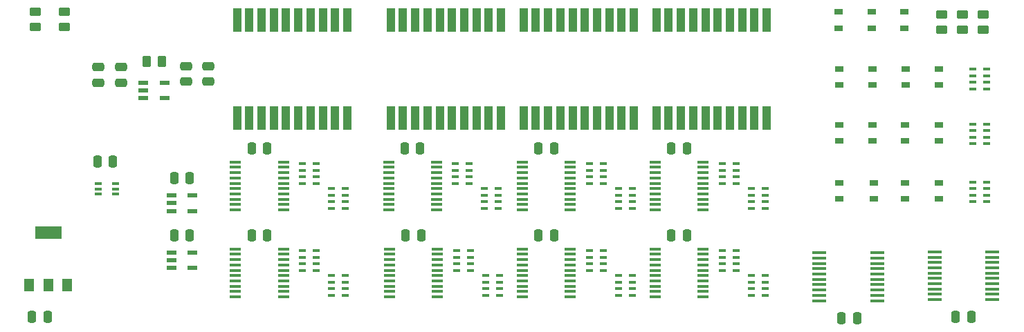
<source format=gtp>
%TF.GenerationSoftware,KiCad,Pcbnew,8.0.5*%
%TF.CreationDate,2024-11-27T10:13:54+02:00*%
%TF.ProjectId,W65C816 Debug Display,57363543-3831-4362-9044-656275672044,V1*%
%TF.SameCoordinates,PX2b4c984PY5781bbc*%
%TF.FileFunction,Paste,Top*%
%TF.FilePolarity,Positive*%
%FSLAX46Y46*%
G04 Gerber Fmt 4.6, Leading zero omitted, Abs format (unit mm)*
G04 Created by KiCad (PCBNEW 8.0.5) date 2024-11-27 10:13:54*
%MOMM*%
%LPD*%
G01*
G04 APERTURE LIST*
G04 Aperture macros list*
%AMRoundRect*
0 Rectangle with rounded corners*
0 $1 Rounding radius*
0 $2 $3 $4 $5 $6 $7 $8 $9 X,Y pos of 4 corners*
0 Add a 4 corners polygon primitive as box body*
4,1,4,$2,$3,$4,$5,$6,$7,$8,$9,$2,$3,0*
0 Add four circle primitives for the rounded corners*
1,1,$1+$1,$2,$3*
1,1,$1+$1,$4,$5*
1,1,$1+$1,$6,$7*
1,1,$1+$1,$8,$9*
0 Add four rect primitives between the rounded corners*
20,1,$1+$1,$2,$3,$4,$5,0*
20,1,$1+$1,$4,$5,$6,$7,0*
20,1,$1+$1,$6,$7,$8,$9,0*
20,1,$1+$1,$8,$9,$2,$3,0*%
G04 Aperture macros list end*
%ADD10R,0.875000X0.450000*%
%ADD11R,1.800000X0.450000*%
%ADD12RoundRect,0.250000X-0.250000X-0.475000X0.250000X-0.475000X0.250000X0.475000X-0.250000X0.475000X0*%
%ADD13RoundRect,0.250000X0.475000X-0.250000X0.475000X0.250000X-0.475000X0.250000X-0.475000X-0.250000X0*%
%ADD14RoundRect,0.250000X0.450000X-0.262500X0.450000X0.262500X-0.450000X0.262500X-0.450000X-0.262500X0*%
%ADD15R,1.000000X0.800000*%
%ADD16RoundRect,0.250000X0.250000X0.475000X-0.250000X0.475000X-0.250000X-0.475000X0.250000X-0.475000X0*%
%ADD17R,0.900000X0.450000*%
%ADD18R,1.000000X3.000000*%
%ADD19R,1.475000X0.450000*%
%ADD20R,1.150000X0.600000*%
%ADD21R,1.250000X0.600000*%
%ADD22RoundRect,0.250000X-0.262500X-0.450000X0.262500X-0.450000X0.262500X0.450000X-0.262500X0.450000X0*%
%ADD23R,1.200000X1.500000*%
%ADD24R,3.300000X1.500000*%
G04 APERTURE END LIST*
D10*
%TO.C,IC12*%
X10033000Y21082000D03*
X10033000Y20432000D03*
X10033000Y19782000D03*
X12157000Y19782000D03*
X12157000Y20432000D03*
X12157000Y21082000D03*
%TD*%
D11*
%TO.C,IC11*%
X105404000Y6727000D03*
X105404000Y7377000D03*
X105404001Y8027000D03*
X105404000Y8677000D03*
X105404000Y9327000D03*
X105404000Y9977000D03*
X105404000Y10627000D03*
X105404001Y11277000D03*
X105404000Y11927000D03*
X105404000Y12577000D03*
X98304000Y12577000D03*
X98304000Y11927000D03*
X98303999Y11277000D03*
X98304000Y10627000D03*
X98304000Y9977000D03*
X98304000Y9327000D03*
X98304000Y8677000D03*
X98303999Y8027000D03*
X98304000Y7377000D03*
X98304000Y6727000D03*
%TD*%
%TO.C,IC10*%
X119501000Y6854000D03*
X119501000Y7504000D03*
X119501001Y8154000D03*
X119501000Y8804000D03*
X119501000Y9454000D03*
X119501000Y10104000D03*
X119501000Y10754000D03*
X119501001Y11404000D03*
X119501000Y12054000D03*
X119501000Y12704000D03*
X112401000Y12704000D03*
X112401000Y12054000D03*
X112400999Y11404000D03*
X112401000Y10754000D03*
X112401000Y10104000D03*
X112401000Y9454000D03*
X112401000Y8804000D03*
X112400999Y8154000D03*
X112401000Y7504000D03*
X112401000Y6854000D03*
%TD*%
D12*
%TO.C,C13*%
X101047000Y4572000D03*
X102947000Y4572000D03*
%TD*%
%TO.C,C12*%
X115017000Y4699000D03*
X116917000Y4699000D03*
%TD*%
D13*
%TO.C,C4*%
X23495000Y33610000D03*
X23495000Y35510000D03*
%TD*%
D14*
%TO.C,R5*%
X115819500Y41821700D03*
X115819500Y39996700D03*
%TD*%
D15*
%TO.C,LED5*%
X104834000Y26305800D03*
X104834000Y28305800D03*
%TD*%
D16*
%TO.C,C7*%
X21254000Y21717000D03*
X19354000Y21717000D03*
%TD*%
D13*
%TO.C,C9*%
X12855000Y33483000D03*
X12855000Y35383000D03*
%TD*%
D15*
%TO.C,LED10*%
X108898000Y33163800D03*
X108898000Y35163800D03*
%TD*%
%TO.C,LED11*%
X112962000Y33163800D03*
X112962000Y35163800D03*
%TD*%
D17*
%TO.C,RN14*%
X71860000Y10433800D03*
X71860000Y11233800D03*
X71860000Y12033800D03*
X71860000Y12833800D03*
X70160000Y12833800D03*
X70160000Y12033800D03*
X70160000Y11233800D03*
X70160000Y10433800D03*
%TD*%
%TO.C,RN16*%
X57460000Y7385800D03*
X57460000Y8185800D03*
X57460000Y8985800D03*
X57460000Y9785800D03*
X59160000Y9785800D03*
X59160000Y8985800D03*
X59160000Y8185800D03*
X59160000Y7385800D03*
%TD*%
%TO.C,RN17*%
X57333000Y18053800D03*
X57333000Y18853800D03*
X57333000Y19653800D03*
X57333000Y20453800D03*
X59033000Y20453800D03*
X59033000Y19653800D03*
X59033000Y18853800D03*
X59033000Y18053800D03*
%TD*%
D15*
%TO.C,LED9*%
X104834000Y33163800D03*
X104834000Y35163800D03*
%TD*%
D18*
%TO.C,DS1*%
X27051000Y29117000D03*
X28551000Y29117000D03*
X30051000Y29117000D03*
X31551000Y29117000D03*
X33051000Y29117000D03*
X34551000Y29117000D03*
X36051000Y29117000D03*
X37551000Y29117000D03*
X39051000Y29117000D03*
X40551000Y29117000D03*
X40551000Y41117000D03*
X39051000Y41117000D03*
X37551000Y41117000D03*
X36051000Y41117000D03*
X34551000Y41117000D03*
X33051000Y41117000D03*
X31551000Y41117000D03*
X30051000Y41117000D03*
X28551000Y41117000D03*
X27051000Y41117000D03*
%TD*%
D19*
%TO.C,IC8*%
X45593000Y23722000D03*
X45593000Y23072000D03*
X45593000Y22422000D03*
X45593000Y21772000D03*
X45593000Y21122000D03*
X45593000Y20472000D03*
X45593000Y19822000D03*
X45593000Y19172000D03*
X45593000Y18522000D03*
X45593000Y17872000D03*
X51469000Y17872000D03*
X51469000Y18522000D03*
X51469000Y19172000D03*
X51469000Y19822000D03*
X51469000Y20472000D03*
X51469000Y21122000D03*
X51469000Y21772000D03*
X51469000Y22422000D03*
X51469000Y23072000D03*
X51469000Y23722000D03*
%TD*%
D17*
%TO.C,RN13*%
X75416000Y18053800D03*
X75416000Y18853800D03*
X75416000Y19653800D03*
X75416000Y20453800D03*
X73716000Y20453800D03*
X73716000Y19653800D03*
X73716000Y18853800D03*
X73716000Y18053800D03*
%TD*%
D15*
%TO.C,LED13*%
X104961000Y19193800D03*
X104961000Y21193800D03*
%TD*%
D17*
%TO.C,RN2*%
X117094000Y32709000D03*
X117094000Y33509000D03*
X117094000Y34309000D03*
X117094000Y35109000D03*
X118794000Y35109000D03*
X118794000Y34309000D03*
X118794000Y33509000D03*
X118794000Y32709000D03*
%TD*%
D16*
%TO.C,C19*%
X65848000Y14701000D03*
X63948000Y14701000D03*
%TD*%
D15*
%TO.C,LED3*%
X104770500Y40164000D03*
X104770500Y42164000D03*
%TD*%
%TO.C,LED2*%
X100706500Y40164000D03*
X100706500Y42164000D03*
%TD*%
D19*
%TO.C,IC6*%
X84108000Y23722000D03*
X84108000Y23072000D03*
X84108000Y22422000D03*
X84108000Y21772000D03*
X84108000Y21122000D03*
X84108000Y20472000D03*
X84108000Y19822000D03*
X84108000Y19172000D03*
X84108000Y18522000D03*
X84108000Y17872000D03*
X78232000Y17872000D03*
X78232000Y18522000D03*
X78232000Y19172000D03*
X78232000Y19822000D03*
X78232000Y20472000D03*
X78232000Y21122000D03*
X78232000Y21772000D03*
X78232000Y22422000D03*
X78232000Y23072000D03*
X78232000Y23722000D03*
%TD*%
D15*
%TO.C,LED4*%
X100770000Y26305800D03*
X100770000Y28305800D03*
%TD*%
D12*
%TO.C,C3*%
X1971000Y4750000D03*
X3871000Y4750000D03*
%TD*%
D15*
%TO.C,LED6*%
X108771000Y26305800D03*
X108771000Y28305800D03*
%TD*%
D20*
%TO.C,IC3*%
X15619000Y33462000D03*
X15619000Y32512000D03*
X15619000Y31562000D03*
X18219000Y31562000D03*
X18219000Y33462000D03*
%TD*%
D15*
%TO.C,LED12*%
X100770000Y19193800D03*
X100770000Y21193800D03*
%TD*%
D17*
%TO.C,RN7*%
X36750000Y21101800D03*
X36750000Y21901800D03*
X36750000Y22701800D03*
X36750000Y23501800D03*
X35050000Y23501800D03*
X35050000Y22701800D03*
X35050000Y21901800D03*
X35050000Y21101800D03*
%TD*%
D14*
%TO.C,R3*%
X118349500Y41821700D03*
X118349500Y39996700D03*
%TD*%
D21*
%TO.C,IC9*%
X19070000Y19619000D03*
X19070000Y18669000D03*
X19070000Y17719000D03*
X21570000Y17719000D03*
X21570000Y19619000D03*
%TD*%
D18*
%TO.C,DS3*%
X62120000Y41117000D03*
X63620000Y41117000D03*
X65120000Y41117000D03*
X66620000Y41117000D03*
X68120000Y41117000D03*
X69620000Y41117000D03*
X71120000Y41117000D03*
X72620000Y41117000D03*
X74120000Y41117000D03*
X75620000Y41117000D03*
X75620000Y29117000D03*
X74120000Y29117000D03*
X72620000Y29117000D03*
X71120000Y29117000D03*
X69620000Y29117000D03*
X68120000Y29117000D03*
X66620000Y29117000D03*
X65120000Y29117000D03*
X63620000Y29117000D03*
X62120000Y29117000D03*
%TD*%
D17*
%TO.C,RN4*%
X40306000Y7385800D03*
X40306000Y8185800D03*
X40306000Y8985800D03*
X40306000Y9785800D03*
X38606000Y9785800D03*
X38606000Y8985800D03*
X38606000Y8185800D03*
X38606000Y7385800D03*
%TD*%
%TO.C,RN5*%
X40306000Y18053800D03*
X40306000Y18853800D03*
X40306000Y19653800D03*
X40306000Y20453800D03*
X38606000Y20453800D03*
X38606000Y19653800D03*
X38606000Y18853800D03*
X38606000Y18053800D03*
%TD*%
D14*
%TO.C,R6*%
X2387000Y40310000D03*
X2387000Y42135000D03*
%TD*%
D16*
%TO.C,C18*%
X11856000Y23749000D03*
X9956000Y23749000D03*
%TD*%
D15*
%TO.C,LED1*%
X108707500Y40164000D03*
X108707500Y42164000D03*
%TD*%
D17*
%TO.C,RN6*%
X36750000Y10433800D03*
X36750000Y11233800D03*
X36750000Y12033800D03*
X36750000Y12833800D03*
X35050000Y12833800D03*
X35050000Y12033800D03*
X35050000Y11233800D03*
X35050000Y10433800D03*
%TD*%
D14*
%TO.C,R1*%
X5943000Y40310000D03*
X5943000Y42135000D03*
%TD*%
D16*
%TO.C,C15*%
X80204000Y25369000D03*
X82104000Y25369000D03*
%TD*%
D17*
%TO.C,RN8*%
X89972000Y7385800D03*
X89972000Y8185800D03*
X89972000Y8985800D03*
X89972000Y9785800D03*
X91672000Y9785800D03*
X91672000Y8985800D03*
X91672000Y8185800D03*
X91672000Y7385800D03*
%TD*%
D16*
%TO.C,C23*%
X65848000Y25369000D03*
X63948000Y25369000D03*
%TD*%
D18*
%TO.C,DS4*%
X45864000Y29117000D03*
X47364000Y29117000D03*
X48864000Y29117000D03*
X50364000Y29117000D03*
X51864000Y29117000D03*
X53364000Y29117000D03*
X54864000Y29117000D03*
X56364000Y29117000D03*
X57864000Y29117000D03*
X59364000Y29117000D03*
X59364000Y41117000D03*
X57864000Y41117000D03*
X56364000Y41117000D03*
X54864000Y41117000D03*
X53364000Y41117000D03*
X51864000Y41117000D03*
X50364000Y41117000D03*
X48864000Y41117000D03*
X47364000Y41117000D03*
X45864000Y41117000D03*
%TD*%
D19*
%TO.C,IC15*%
X61976000Y13054000D03*
X61976000Y12404000D03*
X61976000Y11754000D03*
X61976000Y11104000D03*
X61976000Y10454000D03*
X61976000Y9804000D03*
X61976000Y9154000D03*
X61976000Y8504000D03*
X61976000Y7854000D03*
X61976000Y7204000D03*
X67852000Y7204000D03*
X67852000Y7854000D03*
X67852000Y8504000D03*
X67852000Y9154000D03*
X67852000Y9804000D03*
X67852000Y10454000D03*
X67852000Y11104000D03*
X67852000Y11754000D03*
X67852000Y12404000D03*
X67852000Y13054000D03*
%TD*%
%TO.C,IC7*%
X61976000Y23722000D03*
X61976000Y23072000D03*
X61976000Y22422000D03*
X61976000Y21772000D03*
X61976000Y21122000D03*
X61976000Y20472000D03*
X61976000Y19822000D03*
X61976000Y19172000D03*
X61976000Y18522000D03*
X61976000Y17872000D03*
X67852000Y17872000D03*
X67852000Y18522000D03*
X67852000Y19172000D03*
X67852000Y19822000D03*
X67852000Y20472000D03*
X67852000Y21122000D03*
X67852000Y21772000D03*
X67852000Y22422000D03*
X67852000Y23072000D03*
X67852000Y23722000D03*
%TD*%
D17*
%TO.C,RN9*%
X89972000Y18053800D03*
X89972000Y18853800D03*
X89972000Y19653800D03*
X89972000Y20453800D03*
X91672000Y20453800D03*
X91672000Y19653800D03*
X91672000Y18853800D03*
X91672000Y18053800D03*
%TD*%
%TO.C,RN18*%
X53904000Y10433800D03*
X53904000Y11233800D03*
X53904000Y12033800D03*
X53904000Y12833800D03*
X55604000Y12833800D03*
X55604000Y12033800D03*
X55604000Y11233800D03*
X55604000Y10433800D03*
%TD*%
D19*
%TO.C,IC5*%
X32742000Y23722000D03*
X32742000Y23072000D03*
X32742000Y22422000D03*
X32742000Y21772000D03*
X32742000Y21122000D03*
X32742000Y20472000D03*
X32742000Y19822000D03*
X32742000Y19172000D03*
X32742000Y18522000D03*
X32742000Y17872000D03*
X26866000Y17872000D03*
X26866000Y18522000D03*
X26866000Y19172000D03*
X26866000Y19822000D03*
X26866000Y20472000D03*
X26866000Y21122000D03*
X26866000Y21772000D03*
X26866000Y22422000D03*
X26866000Y23072000D03*
X26866000Y23722000D03*
%TD*%
D15*
%TO.C,LED15*%
X112962000Y19193800D03*
X112962000Y21193800D03*
%TD*%
D16*
%TO.C,C11*%
X47565000Y25369000D03*
X49465000Y25369000D03*
%TD*%
D22*
%TO.C,R2*%
X16006500Y36078000D03*
X17831500Y36078000D03*
%TD*%
D23*
%TO.C,IC2*%
X1637000Y8662000D03*
X3937000Y8662000D03*
X6237000Y8662000D03*
D24*
X3937000Y15062000D03*
%TD*%
D15*
%TO.C,LED7*%
X112962000Y26305800D03*
X112962000Y28305800D03*
%TD*%
%TO.C,LED8*%
X100770000Y33163800D03*
X100770000Y35163800D03*
%TD*%
D14*
%TO.C,R4*%
X113269500Y41821700D03*
X113269500Y39996700D03*
%TD*%
D17*
%TO.C,RN1*%
X117094000Y25978000D03*
X117094000Y26778000D03*
X117094000Y27578000D03*
X117094000Y28378000D03*
X118794000Y28378000D03*
X118794000Y27578000D03*
X118794000Y26778000D03*
X118794000Y25978000D03*
%TD*%
D19*
%TO.C,IC14*%
X84108000Y13054000D03*
X84108000Y12404000D03*
X84108000Y11754000D03*
X84108000Y11104000D03*
X84108000Y10454000D03*
X84108000Y9804000D03*
X84108000Y9154000D03*
X84108000Y8504000D03*
X84108000Y7854000D03*
X84108000Y7204000D03*
X78232000Y7204000D03*
X78232000Y7854000D03*
X78232000Y8504000D03*
X78232000Y9154000D03*
X78232000Y9804000D03*
X78232000Y10454000D03*
X78232000Y11104000D03*
X78232000Y11754000D03*
X78232000Y12404000D03*
X78232000Y13054000D03*
%TD*%
%TO.C,IC16*%
X45720000Y13054000D03*
X45720000Y12404000D03*
X45720000Y11754000D03*
X45720000Y11104000D03*
X45720000Y10454000D03*
X45720000Y9804000D03*
X45720000Y9154000D03*
X45720000Y8504000D03*
X45720000Y7854000D03*
X45720000Y7204000D03*
X51596000Y7204000D03*
X51596000Y7854000D03*
X51596000Y8504000D03*
X51596000Y9154000D03*
X51596000Y9804000D03*
X51596000Y10454000D03*
X51596000Y11104000D03*
X51596000Y11754000D03*
X51596000Y12404000D03*
X51596000Y13054000D03*
%TD*%
D13*
%TO.C,C5*%
X20828000Y33610000D03*
X20828000Y35510000D03*
%TD*%
D17*
%TO.C,RN11*%
X86416000Y21101800D03*
X86416000Y21901800D03*
X86416000Y22701800D03*
X86416000Y23501800D03*
X88116000Y23501800D03*
X88116000Y22701800D03*
X88116000Y21901800D03*
X88116000Y21101800D03*
%TD*%
D21*
%TO.C,IC1*%
X19070000Y12634000D03*
X19070000Y11684000D03*
X19070000Y10734000D03*
X21570000Y10734000D03*
X21570000Y12634000D03*
%TD*%
D15*
%TO.C,LED14*%
X108771000Y19193800D03*
X108771000Y21193800D03*
%TD*%
D16*
%TO.C,C22*%
X47692000Y14701000D03*
X49592000Y14701000D03*
%TD*%
D13*
%TO.C,C8*%
X10033000Y33483000D03*
X10033000Y35383000D03*
%TD*%
D16*
%TO.C,C2*%
X80204000Y14701000D03*
X82104000Y14701000D03*
%TD*%
%TO.C,C10*%
X30738000Y14701000D03*
X28838000Y14701000D03*
%TD*%
%TO.C,C14*%
X30738000Y25369000D03*
X28838000Y25369000D03*
%TD*%
D17*
%TO.C,RN12*%
X75416000Y7385800D03*
X75416000Y8185800D03*
X75416000Y8985800D03*
X75416000Y9785800D03*
X73716000Y9785800D03*
X73716000Y8985800D03*
X73716000Y8185800D03*
X73716000Y7385800D03*
%TD*%
D18*
%TO.C,DS2*%
X78376000Y29117000D03*
X79876000Y29117000D03*
X81376000Y29117000D03*
X82876000Y29117000D03*
X84376000Y29117000D03*
X85876000Y29117000D03*
X87376000Y29117000D03*
X88876000Y29117000D03*
X90376000Y29117000D03*
X91876000Y29117000D03*
X91876000Y41117000D03*
X90376000Y41117000D03*
X88876000Y41117000D03*
X87376000Y41117000D03*
X85876000Y41117000D03*
X84376000Y41117000D03*
X82876000Y41117000D03*
X81376000Y41117000D03*
X79876000Y41117000D03*
X78376000Y41117000D03*
%TD*%
D17*
%TO.C,RN15*%
X71860000Y21101800D03*
X71860000Y21901800D03*
X71860000Y22701800D03*
X71860000Y23501800D03*
X70160000Y23501800D03*
X70160000Y22701800D03*
X70160000Y21901800D03*
X70160000Y21101800D03*
%TD*%
D16*
%TO.C,C6*%
X21254000Y14732000D03*
X19354000Y14732000D03*
%TD*%
D19*
%TO.C,IC13*%
X26866000Y13054000D03*
X26866000Y12404000D03*
X26866000Y11754000D03*
X26866000Y11104000D03*
X26866000Y10454000D03*
X26866000Y9804000D03*
X26866000Y9154000D03*
X26866000Y8504000D03*
X26866000Y7854000D03*
X26866000Y7204000D03*
X32742000Y7204000D03*
X32742000Y7854000D03*
X32742000Y8504000D03*
X32742000Y9154000D03*
X32742000Y9804000D03*
X32742000Y10454000D03*
X32742000Y11104000D03*
X32742000Y11754000D03*
X32742000Y12404000D03*
X32742000Y13054000D03*
%TD*%
D17*
%TO.C,RN3*%
X117094000Y18866000D03*
X117094000Y19666000D03*
X117094000Y20466000D03*
X117094000Y21266000D03*
X118794000Y21266000D03*
X118794000Y20466000D03*
X118794000Y19666000D03*
X118794000Y18866000D03*
%TD*%
%TO.C,RN19*%
X53777000Y21101800D03*
X53777000Y21901800D03*
X53777000Y22701800D03*
X53777000Y23501800D03*
X55477000Y23501800D03*
X55477000Y22701800D03*
X55477000Y21901800D03*
X55477000Y21101800D03*
%TD*%
%TO.C,RN10*%
X86416000Y10433800D03*
X86416000Y11233800D03*
X86416000Y12033800D03*
X86416000Y12833800D03*
X88116000Y12833800D03*
X88116000Y12033800D03*
X88116000Y11233800D03*
X88116000Y10433800D03*
%TD*%
M02*

</source>
